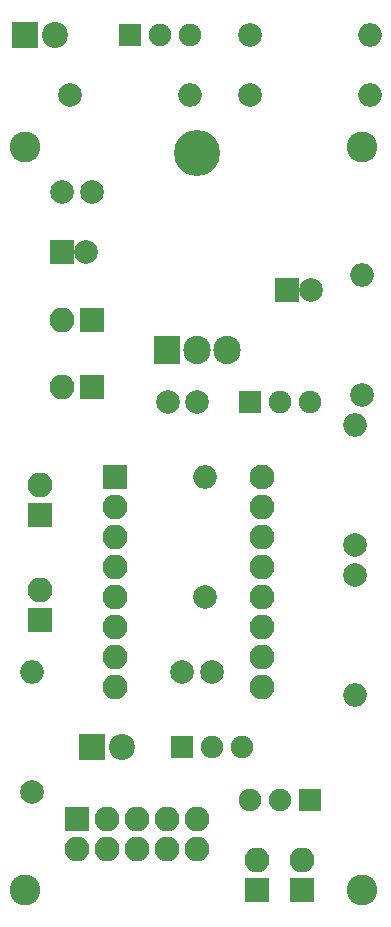
<source format=gbr>
G04 #@! TF.GenerationSoftware,KiCad,Pcbnew,(5.1.4)-1*
G04 #@! TF.CreationDate,2020-04-28T16:39:32-06:00*
G04 #@! TF.ProjectId,robot,726f626f-742e-46b6-9963-61645f706362,rev?*
G04 #@! TF.SameCoordinates,Original*
G04 #@! TF.FileFunction,Soldermask,Top*
G04 #@! TF.FilePolarity,Negative*
%FSLAX46Y46*%
G04 Gerber Fmt 4.6, Leading zero omitted, Abs format (unit mm)*
G04 Created by KiCad (PCBNEW (5.1.4)-1) date 2020-04-28 16:39:32*
%MOMM*%
%LPD*%
G04 APERTURE LIST*
%ADD10O,2.100000X2.100000*%
%ADD11R,2.100000X2.100000*%
%ADD12C,2.100000*%
%ADD13O,2.305000X2.400000*%
%ADD14R,2.305000X2.400000*%
%ADD15O,3.900000X3.900000*%
%ADD16C,2.600000*%
%ADD17C,2.200000*%
%ADD18R,2.200000X2.200000*%
%ADD19C,2.000000*%
%ADD20R,2.000000X2.000000*%
%ADD21O,2.000000X2.000000*%
%ADD22R,1.900000X1.900000*%
%ADD23C,1.900000*%
G04 APERTURE END LIST*
D10*
X106680000Y-78105000D03*
X106680000Y-75565000D03*
X106680000Y-73025000D03*
X106680000Y-70485000D03*
X106680000Y-67945000D03*
X106680000Y-65405000D03*
X106680000Y-62865000D03*
D11*
X106680000Y-60325000D03*
D12*
X119180000Y-60325000D03*
D10*
X119180000Y-62865000D03*
X119180000Y-65405000D03*
X119180000Y-67945000D03*
X119180000Y-70485000D03*
X119180000Y-73025000D03*
X119180000Y-75565000D03*
X119180000Y-78105000D03*
D13*
X116205000Y-49530000D03*
X113665000Y-49530000D03*
D14*
X111125000Y-49530000D03*
D15*
X113665000Y-32870000D03*
D16*
X127635000Y-32385000D03*
X99060000Y-32385000D03*
X127635000Y-95250000D03*
X99060000Y-95250000D03*
D10*
X102235000Y-52705000D03*
D11*
X104775000Y-52705000D03*
X104775000Y-46990000D03*
D10*
X102235000Y-46990000D03*
X113665000Y-91790000D03*
X113665000Y-89250000D03*
X111125000Y-91790000D03*
X111125000Y-89250000D03*
X108585000Y-91790000D03*
X108585000Y-89250000D03*
X106045000Y-91790000D03*
X106045000Y-89250000D03*
X103505000Y-91790000D03*
D11*
X103505000Y-89250000D03*
D10*
X118745000Y-92710000D03*
D11*
X118745000Y-95250000D03*
D10*
X122555000Y-92710000D03*
D11*
X122555000Y-95250000D03*
D10*
X100330000Y-69850000D03*
D11*
X100330000Y-72390000D03*
X100330000Y-63500000D03*
D10*
X100330000Y-60960000D03*
D17*
X107315000Y-83185000D03*
D18*
X104775000Y-83185000D03*
D19*
X123285000Y-44450000D03*
D20*
X121285000Y-44450000D03*
D19*
X104735000Y-36195000D03*
X102235000Y-36195000D03*
X114895000Y-76835000D03*
X112395000Y-76835000D03*
X111165000Y-53975000D03*
X113665000Y-53975000D03*
X104235000Y-41275000D03*
D20*
X102235000Y-41275000D03*
D21*
X127000000Y-55880000D03*
D19*
X127000000Y-66040000D03*
D21*
X127000000Y-78740000D03*
D19*
X127000000Y-68580000D03*
D21*
X127635000Y-43180000D03*
D19*
X127635000Y-53340000D03*
D21*
X114300000Y-60325000D03*
D19*
X114300000Y-70485000D03*
D21*
X113030000Y-27940000D03*
D19*
X102870000Y-27940000D03*
D21*
X99695000Y-76835000D03*
D19*
X99695000Y-86995000D03*
D22*
X107950000Y-22860000D03*
D23*
X113030000Y-22860000D03*
X110490000Y-22860000D03*
D21*
X128270000Y-22860000D03*
D19*
X118110000Y-22860000D03*
X118110000Y-27940000D03*
D21*
X128270000Y-27940000D03*
D17*
X101600000Y-22860000D03*
D18*
X99060000Y-22860000D03*
D22*
X112395000Y-83185000D03*
D23*
X117475000Y-83185000D03*
X114935000Y-83185000D03*
D22*
X118110000Y-53975000D03*
D23*
X123190000Y-53975000D03*
X120650000Y-53975000D03*
D22*
X123190000Y-87630000D03*
D23*
X118110000Y-87630000D03*
X120650000Y-87630000D03*
M02*

</source>
